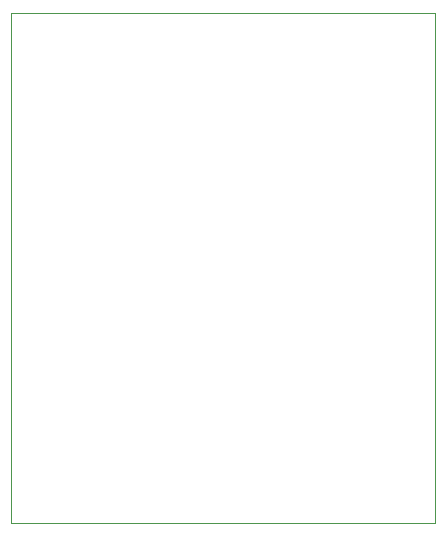
<source format=gbr>
%TF.GenerationSoftware,KiCad,Pcbnew,(5.1.9-0-10_14)*%
%TF.CreationDate,2021-05-04T15:01:54-04:00*%
%TF.ProjectId,POWER,504f5745-522e-46b6-9963-61645f706362,rev?*%
%TF.SameCoordinates,Original*%
%TF.FileFunction,Profile,NP*%
%FSLAX46Y46*%
G04 Gerber Fmt 4.6, Leading zero omitted, Abs format (unit mm)*
G04 Created by KiCad (PCBNEW (5.1.9-0-10_14)) date 2021-05-04 15:01:54*
%MOMM*%
%LPD*%
G01*
G04 APERTURE LIST*
%TA.AperFunction,Profile*%
%ADD10C,0.050000*%
%TD*%
G04 APERTURE END LIST*
D10*
X109595920Y-57287160D02*
X109692440Y-57287160D01*
X109595920Y-100436680D02*
X109595920Y-57287160D01*
X109946440Y-100436680D02*
X109595920Y-100436680D01*
X145460720Y-100436680D02*
X109946440Y-100436680D01*
X145460720Y-57287160D02*
X145460720Y-100436680D01*
X109692440Y-57287160D02*
X145460720Y-57287160D01*
M02*

</source>
